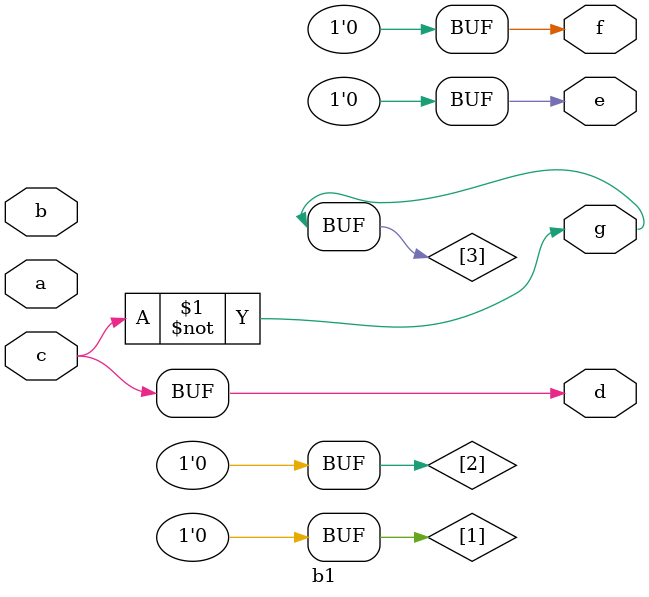
<source format=v>
/* Generated by Yosys 0.9 (git sha1 1979e0b1, gcc 8.3.0-6 -fPIC -Os) */

(* src = "cmlexamples/b1_orig.v:2" *)
(* top =  1  *)
module b1(a, b, c, d, e, f, g);
  (* src = "cmlexamples/b1_orig.v:12" *)
  wire \[1] ;
  (* src = "cmlexamples/b1_orig.v:12" *)
  wire \[2] ;
  (* src = "cmlexamples/b1_orig.v:12" *)
  wire \[3] ;
  (* src = "cmlexamples/b1_orig.v:3" *)
  input a;
  (* src = "cmlexamples/b1_orig.v:3" *)
  input b;
  (* src = "cmlexamples/b1_orig.v:3" *)
  input c;
  (* src = "cmlexamples/b1_orig.v:7" *)
  output d;
  (* src = "cmlexamples/b1_orig.v:7" *)
  output e;
  (* src = "cmlexamples/b1_orig.v:7" *)
  output f;
  (* src = "cmlexamples/b1_orig.v:7" *)
  output g;
  assign g = ~c;
  assign \[1]  = 1'h0;
  assign \[2]  = 1'h0;
  assign \[3]  = g;
  assign d = c;
  assign e = 1'h0;
  assign f = 1'h0;
endmodule

</source>
